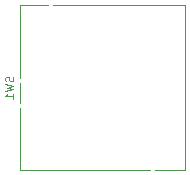
<source format=gbr>
%TF.GenerationSoftware,KiCad,Pcbnew,(6.0.6)*%
%TF.CreationDate,2022-07-10T21:40:21+02:00*%
%TF.ProjectId,GCode_Buttons_Cherry_MX,47436f64-655f-4427-9574-746f6e735f43,rev?*%
%TF.SameCoordinates,Original*%
%TF.FileFunction,Legend,Bot*%
%TF.FilePolarity,Positive*%
%FSLAX46Y46*%
G04 Gerber Fmt 4.6, Leading zero omitted, Abs format (unit mm)*
G04 Created by KiCad (PCBNEW (6.0.6)) date 2022-07-10 21:40:21*
%MOMM*%
%LPD*%
G01*
G04 APERTURE LIST*
%ADD10C,0.100000*%
%ADD11C,0.120000*%
%ADD12C,1.700000*%
%ADD13C,4.000000*%
%ADD14C,2.200000*%
%ADD15C,0.450000*%
G04 APERTURE END LIST*
D10*
%TO.C,SW1*%
X92409333Y-99066666D02*
X92442666Y-99166666D01*
X92442666Y-99333333D01*
X92409333Y-99400000D01*
X92376000Y-99433333D01*
X92309333Y-99466666D01*
X92242666Y-99466666D01*
X92176000Y-99433333D01*
X92142666Y-99400000D01*
X92109333Y-99333333D01*
X92076000Y-99200000D01*
X92042666Y-99133333D01*
X92009333Y-99100000D01*
X91942666Y-99066666D01*
X91876000Y-99066666D01*
X91809333Y-99100000D01*
X91776000Y-99133333D01*
X91742666Y-99200000D01*
X91742666Y-99366666D01*
X91776000Y-99466666D01*
X91742666Y-99700000D02*
X92442666Y-99866666D01*
X91942666Y-100000000D01*
X92442666Y-100133333D01*
X91742666Y-100300000D01*
X92442666Y-100933333D02*
X92442666Y-100533333D01*
X92442666Y-100733333D02*
X91742666Y-100733333D01*
X91842666Y-100666666D01*
X91909333Y-100600000D01*
X91942666Y-100533333D01*
D11*
X106985000Y-93015000D02*
X93015000Y-93015000D01*
X93015000Y-106985000D02*
X106985000Y-106985000D01*
X106985000Y-106985000D02*
X106985000Y-93015000D01*
X93015000Y-93015000D02*
X93015000Y-106985000D01*
%TD*%
%LPC*%
D12*
%TO.C,SW1*%
X100000000Y-94920000D03*
X100000000Y-105080000D03*
D13*
X100000000Y-100000000D03*
D14*
X94920000Y-102540000D03*
X97460000Y-96190000D03*
%TD*%
D15*
X103650000Y-104800000D03*
X92550000Y-97800000D03*
X96500000Y-92450000D03*
X109350000Y-100600000D03*
X90650000Y-94350000D03*
X109450000Y-94350000D03*
X100000000Y-110850000D03*
X109450000Y-105300000D03*
X97400000Y-91950000D03*
X100000000Y-89000000D03*
X90500000Y-105300000D03*
X95600000Y-92950000D03*
X102750000Y-105300000D03*
X94850000Y-104950000D03*
X102550000Y-107950000D03*
X93050000Y-99400000D03*
X95400000Y-95600000D03*
X93050000Y-101550000D03*
X94750000Y-93450000D03*
X101900000Y-105800000D03*
X93450000Y-103500000D03*
X103450000Y-107450000D03*
X96250000Y-95100000D03*
X104300000Y-106950000D03*
X96800000Y-106050000D03*
X97150000Y-94600000D03*
X105150000Y-106400000D03*
X104350000Y-104100000D03*
M02*

</source>
